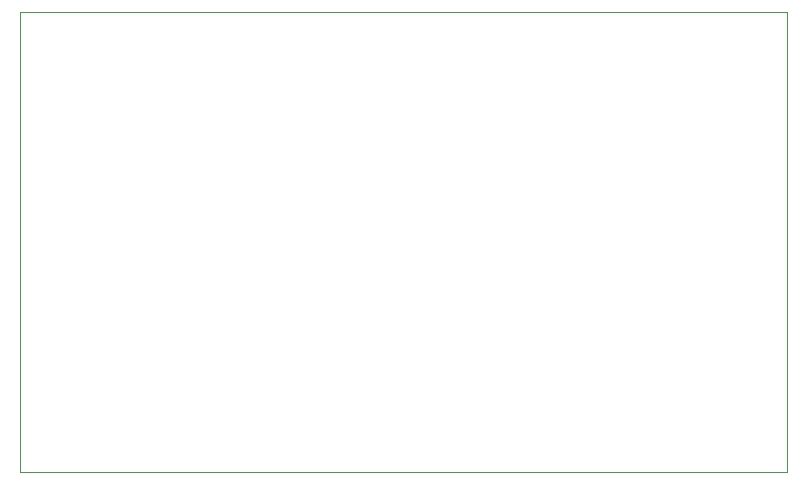
<source format=gbr>
G04 #@! TF.GenerationSoftware,KiCad,Pcbnew,5.1.5-52549c5~84~ubuntu18.04.1*
G04 #@! TF.CreationDate,2020-04-16T13:53:27+02:00*
G04 #@! TF.ProjectId,board,626f6172-642e-46b6-9963-61645f706362,rev?*
G04 #@! TF.SameCoordinates,Original*
G04 #@! TF.FileFunction,Profile,NP*
%FSLAX46Y46*%
G04 Gerber Fmt 4.6, Leading zero omitted, Abs format (unit mm)*
G04 Created by KiCad (PCBNEW 5.1.5-52549c5~84~ubuntu18.04.1) date 2020-04-16 13:53:27*
%MOMM*%
%LPD*%
G04 APERTURE LIST*
%ADD10C,0.050000*%
G04 APERTURE END LIST*
D10*
X158000000Y-100000000D02*
X158000000Y-139000000D01*
X93000000Y-139000000D02*
X158000000Y-139000000D01*
X93000000Y-100000000D02*
X158000000Y-100000000D01*
X93000000Y-100000000D02*
X93000000Y-139000000D01*
M02*

</source>
